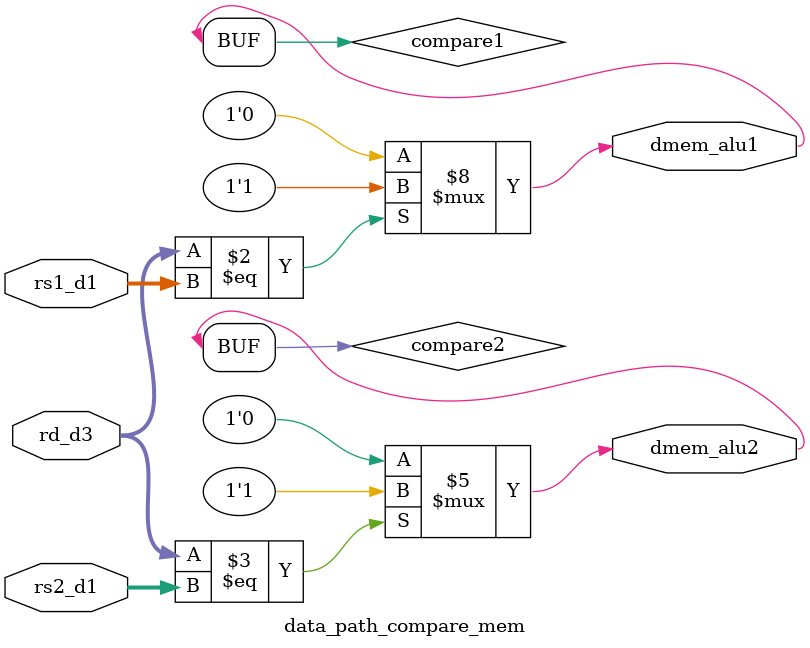
<source format=v>
module data_path_compare_mem(dmem_alu1,dmem_alu2,rs1_d1,rs2_d1,rd_d3);
output  dmem_alu1,dmem_alu2;
input [4:0] rs1_d1,rs2_d1,rd_d3;

reg compare1,compare2;

always@(*)
begin
if(rd_d3 == rs1_d1) compare1<=1;
else compare1<=0;

if(rd_d3 == rs2_d1) compare2<=1;
else compare2 <=0; 
end

assign dmem_alu1 = compare1;
assign dmem_alu2 = compare2;

endmodule

</source>
